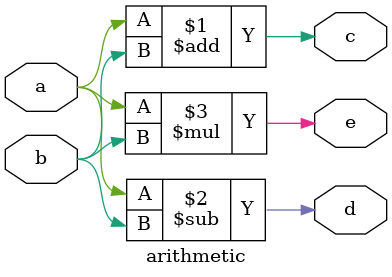
<source format=v>
module arithmetic(
  input a,b,
  output c,d,e);
  assign c=a+b;
  assign d=a-b;
  assign e=a*b;
endmodule

</source>
